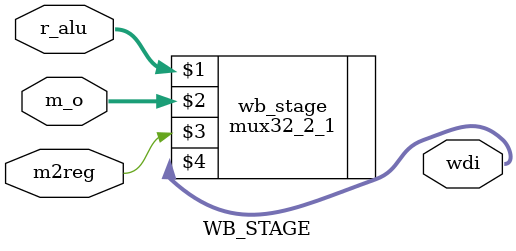
<source format=v>
`timescale 1ns / 1ps
module WB_STAGE (
    r_alu,
    m_o,
    m2reg,
    wdi
);
  input [31:0] r_alu;
  input [31:0] m_o;
  input m2reg;
  output [31:0] wdi;

  mux32_2_1 wb_stage (
      r_alu,
      m_o,
      m2reg,
      wdi
  );

endmodule

</source>
